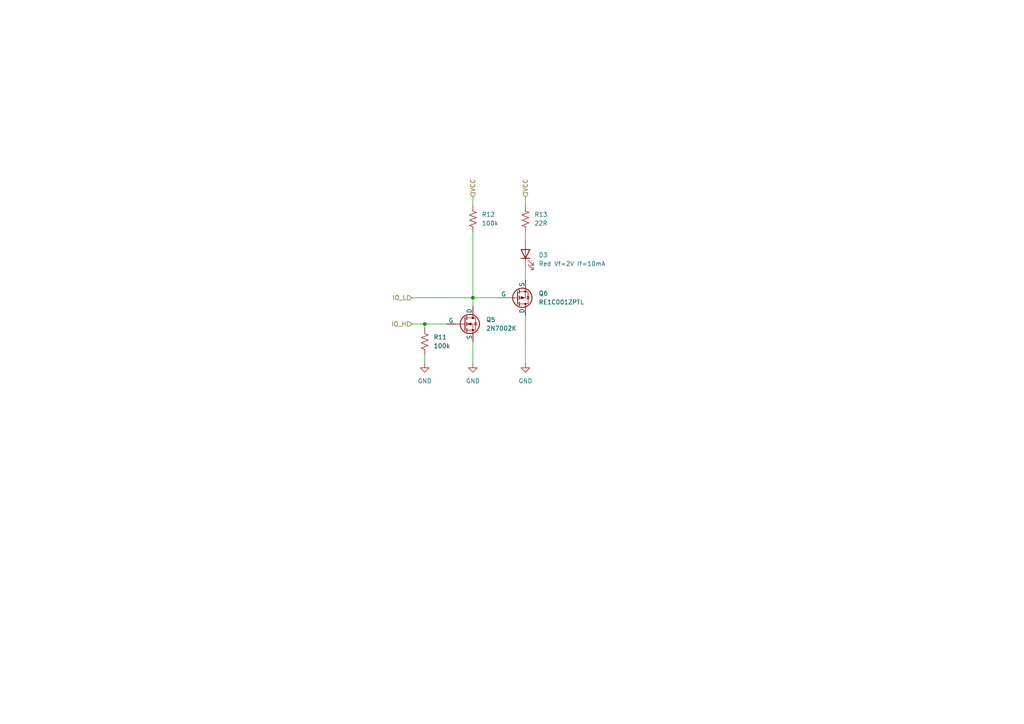
<source format=kicad_sch>
(kicad_sch (version 20250114) (generator "eeschema") (generator_version "9.0")
  (paper "A4")
  (title_block (title "Led module") (date "2026-01-17") (rev "0.0") (company "Cotti"))
  (lib_symbols
    (symbol "Device:R_US" (pin_numbers (hide yes)) (pin_names (offset 0))
      (property "Reference" "R" (at 2.54 0 90))
      (property "Value" "R_US" (at -2.54 0 90))
      (symbol "R_US_0_1"
        (polyline (pts (xy 0 2.286) (xy 0 2.54)))
        (polyline (pts (xy 0 2.286) (xy 1.016 1.905) (xy 0 1.524) (xy -1.016 1.143) (xy 0 0.762)))
        (polyline (pts (xy 0 0.762) (xy 1.016 0.381) (xy 0 0) (xy -1.016 -0.381) (xy 0 -0.762)))
        (polyline (pts (xy 0 -0.762) (xy 1.016 -1.143) (xy 0 -1.524) (xy -1.016 -1.905) (xy 0 -2.286)))
        (polyline (pts (xy 0 -2.286) (xy 0 -2.54)))
      )
      (symbol "R_US_1_1"
        (pin passive line (at 0 3.81 270) (length 1.27) (name "~") (number "1"))
        (pin passive line (at 0 -3.81 90) (length 1.27) (name "~") (number "2"))
      )
    )
    (symbol "cotti_leds:LED_Red_SMD" (pin_numbers (hide yes)) (pin_names (offset 1.016) (hide yes))
      (property "Reference" "D" (at 0 2.54 0))
      (property "Value" "Red Vf=2V If=10mA" (at 0.508 5.08 0))
      (symbol "LED_Red_SMD_0_1"
        (polyline (pts (xy -3.048 -0.762) (xy -4.572 -2.286) (xy -3.81 -2.286) (xy -4.572 -2.286) (xy -4.572 -1.524)))
        (polyline (pts (xy -1.778 -0.762) (xy -3.302 -2.286) (xy -2.54 -2.286) (xy -3.302 -2.286) (xy -3.302 -1.524)))
        (polyline (pts (xy -1.27 0) (xy 1.27 0)))
        (polyline (pts (xy -1.27 -1.27) (xy -1.27 1.27)) (stroke (width 0.254)))
        (polyline (pts (xy 1.27 -1.27) (xy 1.27 1.27) (xy -1.27 0) (xy 1.27 -1.27)) (stroke (width 0.254)))
      )
      (symbol "LED_Red_SMD_1_1"
        (pin passive line (at -3.81 0 0) (length 2.54) (name "K") (number "1"))
        (pin passive line (at 3.81 0 180) (length 2.54) (name "A") (number "2"))
      )
    )
    (symbol "cotti_transistors:2N7002K" (pin_numbers (hide yes)) (pin_names (offset 0))
      (property "Reference" "Q" (at 5.08 1.27 0))
      (property "Value" "2N7002K" (at 5.08 -1.27 0))
      (symbol "2N7002K_0_1"
        (polyline (pts (xy 0.254 1.905) (xy 0.254 -1.905)) (stroke (width 0.254)))
        (polyline (pts (xy 0.254 0) (xy -2.54 0)))
        (polyline (pts (xy 0.762 2.286) (xy 0.762 1.27)) (stroke (width 0.254)))
        (polyline (pts (xy 0.762 0.508) (xy 0.762 -0.508)) (stroke (width 0.254)))
        (polyline (pts (xy 0.762 -1.27) (xy 0.762 -2.286)) (stroke (width 0.254)))
        (polyline (pts (xy 0.762 -1.778) (xy 3.302 -1.778) (xy 3.302 1.778) (xy 0.762 1.778)))
        (polyline (pts (xy 1.016 0) (xy 2.032 0.381) (xy 2.032 -0.381) (xy 1.016 0)) (fill (type outline)))
        (circle (center 1.651 0) (radius 2.794) (stroke (width 0.254)))
        (polyline (pts (xy 2.54 2.54) (xy 2.54 1.778)))
        (circle (center 2.54 1.778) (radius 0.254) (fill (type outline)))
        (circle (center 2.54 -1.778) (radius 0.254) (fill (type outline)))
        (polyline (pts (xy 2.54 -2.54) (xy 2.54 0) (xy 0.762 0)))
        (polyline (pts (xy 2.921 0.381) (xy 3.683 0.381)))
        (polyline (pts (xy 3.302 0.381) (xy 2.921 -0.254) (xy 3.683 -0.254) (xy 3.302 0.381)))
      )
      (symbol "2N7002K_1_1"
        (pin input line (at -5.08 0 0) (length 2.54) (name "G") (number "1"))
        (pin passive line (at 2.54 5.08 270) (length 2.54) (name "D") (number "3"))
        (pin passive line (at 2.54 -5.08 90) (length 2.54) (name "S") (number "2"))
      )
    )
    (symbol "cotti_transistors:RE1C001ZPTL" (pin_numbers (hide yes)) (pin_names (offset 0))
      (property "Reference" "Q" (at 5.08 -1.27 0))
      (property "Value" "RE1C001ZPTL" (at 5.08 1.27 0))
      (symbol "RE1C001ZPTL_0_1"
        (polyline (pts (xy 0.254 0) (xy -2.54 0)))
        (polyline (pts (xy 0.254 -1.905) (xy 0.254 1.905)) (stroke (width 0.254)))
        (polyline (pts (xy 0.762 1.27) (xy 0.762 2.286)) (stroke (width 0.254)))
        (polyline (pts (xy 0.762 -0.508) (xy 0.762 0.508)) (stroke (width 0.254)))
        (polyline (pts (xy 0.762 -1.778) (xy 3.302 -1.778) (xy 3.302 1.778) (xy 0.762 1.778)))
        (polyline (pts (xy 0.762 -2.286) (xy 0.762 -1.27)) (stroke (width 0.254)))
        (circle (center 1.651 0) (radius 2.794) (stroke (width 0.254)))
        (polyline (pts (xy 2.286 0) (xy 1.27 -0.381) (xy 1.27 0.381) (xy 2.286 0)) (fill (type outline)))
        (polyline (pts (xy 2.54 2.54) (xy 2.54 0) (xy 0.762 0)))
        (circle (center 2.54 1.778) (radius 0.254) (fill (type outline)))
        (circle (center 2.54 -1.778) (radius 0.254) (fill (type outline)))
        (polyline (pts (xy 2.54 -2.54) (xy 2.54 -1.778)))
        (polyline (pts (xy 2.921 0.381) (xy 3.683 0.381)))
        (polyline (pts (xy 3.302 0.381) (xy 2.921 -0.254) (xy 3.683 -0.254) (xy 3.302 0.381)))
      )
      (symbol "RE1C001ZPTL_1_1"
        (pin input line (at -5.08 0 0) (length 2.54) (name "G") (number "1"))
        (pin passive line (at 2.54 5.08 270) (length 2.54) (name "S") (number "2"))
        (pin passive line (at 2.54 -5.08 90) (length 2.54) (name "D") (number "3"))
      )
    )
    (symbol "power:GND" (power) (pin_numbers (hide yes)) (pin_names (offset 0) (hide yes))
      (property "Value" "GND" (at 0 -3.81 0))
      (symbol "GND_0_1"
        (polyline (pts (xy 0 0) (xy 0 -1.27) (xy 1.27 -1.27) (xy 0 -2.54) (xy -1.27 -1.27) (xy 0 -1.27)))
      )
      (symbol "GND_1_1"
        (pin power_in line (at 0 0 270) (length 0) (name "~") (number "1"))
      )
    )
  )
  (junction (at 137.16 86.36))
  (junction (at 123.19 93.98))
  (wire (pts (xy 152.4 57.15) (xy 152.4 59.69)))
  (wire (pts (xy 152.4 67.31) (xy 152.4 69.85)))
  (wire (pts (xy 137.16 86.36) (xy 144.78 86.36)))
  (wire (pts (xy 152.4 77.47) (xy 152.4 81.28)))
  (wire (pts (xy 119.38 93.98) (xy 123.19 93.98)))
  (wire (pts (xy 152.4 91.44) (xy 152.4 105.41)))
  (wire (pts (xy 137.16 67.31) (xy 137.16 86.36)))
  (wire (pts (xy 129.54 93.98) (xy 123.19 93.98)))
  (wire (pts (xy 137.16 86.36) (xy 137.16 88.9)))
  (wire (pts (xy 123.19 102.87) (xy 123.19 105.41)))
  (wire (pts (xy 137.16 99.06) (xy 137.16 105.41)))
  (wire (pts (xy 119.38 86.36) (xy 137.16 86.36)))
  (wire (pts (xy 123.19 93.98) (xy 123.19 95.25)))
  (wire (pts (xy 137.16 57.15) (xy 137.16 59.69)))
  (hierarchical_label "VCC" (shape input) (at 137.16 57.15 90))
  (hierarchical_label "IO_H" (shape input) (at 119.38 93.98 180))
  (hierarchical_label "VCC" (shape input) (at 152.4 57.15 90))
  (hierarchical_label "IO_L" (shape input) (at 119.38 86.36 180))
  (symbol (lib_id "cotti_transistors:2N7002K") (at 134.62 93.98 0) (unit 1)
    (property "Reference" "Q1" (at 140.97 92.7099 0) (effects (justify left)))
    (property "Value" "2N7002K" (at 140.97 95.2499 0) (effects (justify left)))
    (property "Footprint" "Package_TO_SOT_SMD:SOT-23-3" (effects (hide yes)))
    (property "Datasheet" "https://goodarksemi.com/docs/datasheets/mosfets/2N7002K.pdf" (effects (hide yes)))
    (property "Description" "NMOS Kp=2.13A/V²; Vth=1.5V; Imax=0.3A; Vmax=60V" (effects (hide yes)))
    (property "Digikey" "https://www.digikey.com/en/products/detail/good-ark-semiconductor/2N7002K/18667796" (effects (hide yes)))
    (property "Mfr." "Good-Ark Semiconductor" (effects (hide yes)))
    (property "Mfr. P/N" "2N7002K" (effects (hide yes)))
    (instances (project "" (path "" (reference "Q5") (unit 1)) (path "" (reference "Q3") (unit 1)) (path "" (reference "Q1") (unit 1)) (path "" (reference "Q7") (unit 1))))
  )
  (symbol (lib_id "Device:R_US") (at 123.19 99.06 0) (unit 1)
    (property "Reference" "R5" (at 125.73 97.7899 0) (effects (justify left)))
    (property "Value" "100k" (at 125.73 100.3299 0) (effects (justify left)))
    (property "Footprint" "Resistor_SMD:R_0805_2012Metric_Pad1.20x1.40mm_HandSolder" (effects (hide yes)))
    (property "Datasheet" "https://www.seielect.com/catalog/SEI-RMCF_RMCP.pdf" (effects (hide yes)))
    (property "Description" "RES 100K OHM 1% 1/8W 0805" (effects (hide yes)))
    (property "Digikey" "https://www.digikey.com/en/products/detail/stackpole-electronics-inc/RMCF0805FG100K/1712614" (effects (hide yes)))
    (property "Mfr." "Stackpole Electronics Inc" (effects (hide yes)))
    (property "Mfr. P/N" "RMCF0805FG100K" (effects (hide yes)))
    (instances (project "cotti_leds" (path "" (reference "R11") (unit 1)) (path "" (reference "R8") (unit 1)) (path "" (reference "R5") (unit 1)) (path "" (reference "R14") (unit 1))))
  )
  (symbol (lib_id "power:GND") (at 137.16 105.41 0) (unit 1)
    (property "Reference" "#PWR06" (effects (hide yes)))
    (property "Value" "GND" (at 137.16 110.49 0))
    (property "Description" "Power symbol creates a global label with name \"GND\" , ground" (effects (hide yes)))
    (instances (project "cotti_leds" (path "" (reference "#PWR012") (unit 1)) (path "" (reference "#PWR09") (unit 1)) (path "" (reference "#PWR06") (unit 1)) (path "" (reference "#PWR015") (unit 1))))
  )
  (symbol (lib_id "cotti_leds:LED_Red_SMD") (at 152.4 73.66 90) (unit 1)
    (property "Reference" "D1" (at 156.21 73.9774 90) (effects (justify right)))
    (property "Value" "Red Vf=2V If=10mA" (at 156.21 76.5174 90) (effects (justify right)))
    (property "Footprint" "LED_SMD:LED_0603_1608Metric_Pad1.05x0.95mm_HandSolder" (effects (hide yes)))
    (property "Datasheet" "https://mm.digikey.com/Volume0/opasdata/d220001/medias/docus/3694/B1911USD-20D000114U1930.pdf" (effects (hide yes)))
    (property "Description" "Red 624nm LED Indication - Discrete 2V 0603 (1608 Metric)" (effects (hide yes)))
    (property "Digikey" "https://www.digikey.com/en/products/detail/harvatek-corporation/B1911USD-20D000114U1930/15519991" (effects (hide yes)))
    (property "Mfr." "Harvatek Corporation" (effects (hide yes)))
    (property "Mfr. P/N" "B1911USD-20D000114U1930" (effects (hide yes)))
    (instances (project "cotti_leds" (path "" (reference "D3") (unit 1)) (path "" (reference "D2") (unit 1)) (path "" (reference "D1") (unit 1)) (path "" (reference "D4") (unit 1))))
  )
  (symbol (lib_id "power:GND") (at 152.4 105.41 0) (unit 1)
    (property "Reference" "#PWR07" (effects (hide yes)))
    (property "Value" "GND" (at 152.4 110.49 0))
    (property "Description" "Power symbol creates a global label with name \"GND\" , ground" (effects (hide yes)))
    (instances (project "cotti_leds" (path "" (reference "#PWR013") (unit 1)) (path "" (reference "#PWR010") (unit 1)) (path "" (reference "#PWR07") (unit 1)) (path "" (reference "#PWR016") (unit 1))))
  )
  (symbol (lib_id "Device:R_US") (at 152.4 63.5 0) (unit 1)
    (property "Reference" "R7" (at 154.94 62.2299 0) (effects (justify left)))
    (property "Value" "22R" (at 154.94 64.7699 0) (effects (justify left)))
    (property "Footprint" "Resistor_SMD:R_0805_2012Metric_Pad1.20x1.40mm_HandSolder" (effects (hide yes)))
    (property "Datasheet" "https://www.seielect.com/catalog/SEI-RMCF_RMCP.pdf" (effects (hide yes)))
    (property "Description" "RES 22 OHM 1% 1/8W 0805" (effects (hide yes)))
    (property "Digikey" "https://www.digikey.com/en/products/detail/stackpole-electronics-inc/RMCF0805FT22R0/1712862" (effects (hide yes)))
    (property "Mfr." "Stackpole Electronics Inc" (effects (hide yes)))
    (property "Mfr. P/N" "RMCF0805FT22R0" (effects (hide yes)))
    (instances (project "cotti_leds" (path "" (reference "R13") (unit 1)) (path "" (reference "R10") (unit 1)) (path "" (reference "R7") (unit 1)) (path "" (reference "R16") (unit 1))))
  )
  (symbol (lib_id "power:GND") (at 123.19 105.41 0) (unit 1)
    (property "Reference" "#PWR05" (effects (hide yes)))
    (property "Value" "GND" (at 123.19 110.49 0))
    (property "Description" "Power symbol creates a global label with name \"GND\" , ground" (effects (hide yes)))
    (instances (project "cotti_leds" (path "" (reference "#PWR011") (unit 1)) (path "" (reference "#PWR08") (unit 1)) (path "" (reference "#PWR05") (unit 1)) (path "" (reference "#PWR014") (unit 1))))
  )
  (symbol (lib_id "cotti_transistors:RE1C001ZPTL") (at 149.86 86.36 0) (unit 1)
    (property "Reference" "Q2" (at 156.21 85.0899 0) (effects (justify left)))
    (property "Value" "RE1C001ZPTL" (at 156.21 87.6299 0) (effects (justify left)))
    (property "Footprint" "cotti_footprints:SOT-416" (effects (hide yes)))
    (property "Datasheet" "https://www.rohm.com/datasheet?p=RE1C001ZP&dist=Digi-key&media=referral&source=digi-key.com&campaign=Digi-key" (effects (hide yes)))
    (property "Description" "PMOS Kp=0.2A/V²; |Vth|=0.8V; Imax=100mA; Vmax=20V" (effects (hide yes)))
    (property "Digikey" "https://www.digikey.com/en/products/detail/rohm-semiconductor/RE1C001ZPTL/5042784" (effects (hide yes)))
    (property "Mfr." "Rohm Semiconductor" (effects (hide yes)))
    (property "Mfr. P/N" "RE1C001ZPTL" (effects (hide yes)))
    (instances (project "" (path "" (reference "Q6") (unit 1)) (path "" (reference "Q4") (unit 1)) (path "" (reference "Q2") (unit 1)) (path "" (reference "Q8") (unit 1))))
  )
  (symbol (lib_id "Device:R_US") (at 137.16 63.5 0) (unit 1)
    (property "Reference" "R6" (at 139.7 62.2299 0) (effects (justify left)))
    (property "Value" "100k" (at 139.7 64.7699 0) (effects (justify left)))
    (property "Footprint" "Resistor_SMD:R_0805_2012Metric_Pad1.20x1.40mm_HandSolder" (effects (hide yes)))
    (property "Datasheet" "https://www.seielect.com/catalog/SEI-RMCF_RMCP.pdf" (effects (hide yes)))
    (property "Description" "RES 100K OHM 1% 1/8W 0805" (effects (hide yes)))
    (property "Digikey" "https://www.digikey.com/en/products/detail/stackpole-electronics-inc/RMCF0805FG100K/1712614" (effects (hide yes)))
    (property "Mfr." "Stackpole Electronics Inc" (effects (hide yes)))
    (property "Mfr. P/N" "RMCF0805FG100K" (effects (hide yes)))
    (instances (project "cotti_leds" (path "" (reference "R12") (unit 1)) (path "" (reference "R9") (unit 1)) (path "" (reference "R6") (unit 1)) (path "" (reference "R15") (unit 1))))
  )
)
</source>
